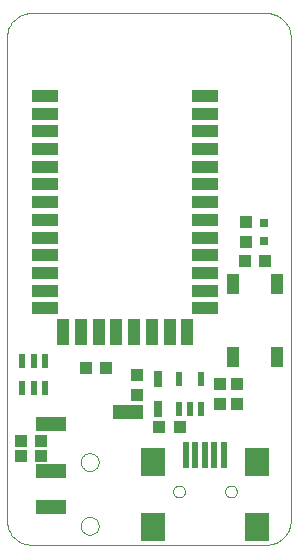
<source format=gtp>
G75*
G70*
%OFA0B0*%
%FSLAX24Y24*%
%IPPOS*%
%LPD*%
%AMOC8*
5,1,8,0,0,1.08239X$1,22.5*
%
%ADD10C,0.0000*%
%ADD11R,0.0433X0.0394*%
%ADD12R,0.0315X0.0315*%
%ADD13R,0.0433X0.0709*%
%ADD14R,0.0236X0.0472*%
%ADD15R,0.0984X0.0472*%
%ADD16R,0.0394X0.0433*%
%ADD17R,0.0860X0.0420*%
%ADD18R,0.0420X0.0860*%
%ADD19R,0.0787X0.0945*%
%ADD20R,0.0197X0.0909*%
%ADD21R,0.0217X0.0472*%
%ADD22R,0.0315X0.0531*%
D10*
X000944Y000912D02*
X008818Y000912D01*
X008818Y000913D02*
X008872Y000915D01*
X008925Y000920D01*
X008978Y000929D01*
X009030Y000942D01*
X009082Y000958D01*
X009132Y000978D01*
X009180Y001001D01*
X009227Y001028D01*
X009272Y001057D01*
X009315Y001090D01*
X009355Y001125D01*
X009393Y001163D01*
X009428Y001203D01*
X009461Y001246D01*
X009490Y001291D01*
X009517Y001338D01*
X009540Y001386D01*
X009560Y001436D01*
X009576Y001488D01*
X009589Y001540D01*
X009598Y001593D01*
X009603Y001646D01*
X009605Y001700D01*
X009605Y017842D01*
X009603Y017896D01*
X009598Y017949D01*
X009589Y018002D01*
X009576Y018054D01*
X009560Y018106D01*
X009540Y018156D01*
X009517Y018204D01*
X009490Y018251D01*
X009461Y018296D01*
X009428Y018339D01*
X009393Y018379D01*
X009355Y018417D01*
X009315Y018452D01*
X009272Y018485D01*
X009227Y018514D01*
X009180Y018541D01*
X009132Y018564D01*
X009082Y018584D01*
X009030Y018600D01*
X008978Y018613D01*
X008925Y018622D01*
X008872Y018627D01*
X008818Y018629D01*
X000944Y018629D01*
X000890Y018627D01*
X000837Y018622D01*
X000784Y018613D01*
X000732Y018600D01*
X000680Y018584D01*
X000630Y018564D01*
X000582Y018541D01*
X000535Y018514D01*
X000490Y018485D01*
X000447Y018452D01*
X000407Y018417D01*
X000369Y018379D01*
X000334Y018339D01*
X000301Y018296D01*
X000272Y018251D01*
X000245Y018204D01*
X000222Y018156D01*
X000202Y018106D01*
X000186Y018054D01*
X000173Y018002D01*
X000164Y017949D01*
X000159Y017896D01*
X000157Y017842D01*
X000156Y017842D02*
X000156Y001700D01*
X000157Y001700D02*
X000159Y001646D01*
X000164Y001593D01*
X000173Y001540D01*
X000186Y001488D01*
X000202Y001436D01*
X000222Y001386D01*
X000245Y001338D01*
X000272Y001291D01*
X000301Y001246D01*
X000334Y001203D01*
X000369Y001163D01*
X000407Y001125D01*
X000447Y001090D01*
X000490Y001057D01*
X000535Y001028D01*
X000582Y001001D01*
X000630Y000978D01*
X000680Y000958D01*
X000732Y000942D01*
X000784Y000929D01*
X000837Y000920D01*
X000890Y000915D01*
X000944Y000913D01*
X002617Y001542D02*
X002619Y001576D01*
X002625Y001610D01*
X002635Y001643D01*
X002648Y001674D01*
X002666Y001704D01*
X002686Y001732D01*
X002710Y001757D01*
X002736Y001779D01*
X002764Y001797D01*
X002795Y001813D01*
X002827Y001825D01*
X002861Y001833D01*
X002895Y001837D01*
X002929Y001837D01*
X002963Y001833D01*
X002997Y001825D01*
X003029Y001813D01*
X003059Y001797D01*
X003088Y001779D01*
X003114Y001757D01*
X003138Y001732D01*
X003158Y001704D01*
X003176Y001674D01*
X003189Y001643D01*
X003199Y001610D01*
X003205Y001576D01*
X003207Y001542D01*
X003205Y001508D01*
X003199Y001474D01*
X003189Y001441D01*
X003176Y001410D01*
X003158Y001380D01*
X003138Y001352D01*
X003114Y001327D01*
X003088Y001305D01*
X003060Y001287D01*
X003029Y001271D01*
X002997Y001259D01*
X002963Y001251D01*
X002929Y001247D01*
X002895Y001247D01*
X002861Y001251D01*
X002827Y001259D01*
X002795Y001271D01*
X002764Y001287D01*
X002736Y001305D01*
X002710Y001327D01*
X002686Y001352D01*
X002666Y001380D01*
X002648Y001410D01*
X002635Y001441D01*
X002625Y001474D01*
X002619Y001508D01*
X002617Y001542D01*
X002617Y003668D02*
X002619Y003702D01*
X002625Y003736D01*
X002635Y003769D01*
X002648Y003800D01*
X002666Y003830D01*
X002686Y003858D01*
X002710Y003883D01*
X002736Y003905D01*
X002764Y003923D01*
X002795Y003939D01*
X002827Y003951D01*
X002861Y003959D01*
X002895Y003963D01*
X002929Y003963D01*
X002963Y003959D01*
X002997Y003951D01*
X003029Y003939D01*
X003059Y003923D01*
X003088Y003905D01*
X003114Y003883D01*
X003138Y003858D01*
X003158Y003830D01*
X003176Y003800D01*
X003189Y003769D01*
X003199Y003736D01*
X003205Y003702D01*
X003207Y003668D01*
X003205Y003634D01*
X003199Y003600D01*
X003189Y003567D01*
X003176Y003536D01*
X003158Y003506D01*
X003138Y003478D01*
X003114Y003453D01*
X003088Y003431D01*
X003060Y003413D01*
X003029Y003397D01*
X002997Y003385D01*
X002963Y003377D01*
X002929Y003373D01*
X002895Y003373D01*
X002861Y003377D01*
X002827Y003385D01*
X002795Y003397D01*
X002764Y003413D01*
X002736Y003431D01*
X002710Y003453D01*
X002686Y003478D01*
X002666Y003506D01*
X002648Y003536D01*
X002635Y003567D01*
X002625Y003600D01*
X002619Y003634D01*
X002617Y003668D01*
X005688Y002684D02*
X005690Y002711D01*
X005696Y002738D01*
X005705Y002764D01*
X005718Y002788D01*
X005734Y002811D01*
X005753Y002830D01*
X005775Y002847D01*
X005799Y002861D01*
X005824Y002871D01*
X005851Y002878D01*
X005878Y002881D01*
X005906Y002880D01*
X005933Y002875D01*
X005959Y002867D01*
X005983Y002855D01*
X006006Y002839D01*
X006027Y002821D01*
X006044Y002800D01*
X006059Y002776D01*
X006070Y002751D01*
X006078Y002725D01*
X006082Y002698D01*
X006082Y002670D01*
X006078Y002643D01*
X006070Y002617D01*
X006059Y002592D01*
X006044Y002568D01*
X006027Y002547D01*
X006006Y002529D01*
X005984Y002513D01*
X005959Y002501D01*
X005933Y002493D01*
X005906Y002488D01*
X005878Y002487D01*
X005851Y002490D01*
X005824Y002497D01*
X005799Y002507D01*
X005775Y002521D01*
X005753Y002538D01*
X005734Y002557D01*
X005718Y002580D01*
X005705Y002604D01*
X005696Y002630D01*
X005690Y002657D01*
X005688Y002684D01*
X007420Y002684D02*
X007422Y002711D01*
X007428Y002738D01*
X007437Y002764D01*
X007450Y002788D01*
X007466Y002811D01*
X007485Y002830D01*
X007507Y002847D01*
X007531Y002861D01*
X007556Y002871D01*
X007583Y002878D01*
X007610Y002881D01*
X007638Y002880D01*
X007665Y002875D01*
X007691Y002867D01*
X007715Y002855D01*
X007738Y002839D01*
X007759Y002821D01*
X007776Y002800D01*
X007791Y002776D01*
X007802Y002751D01*
X007810Y002725D01*
X007814Y002698D01*
X007814Y002670D01*
X007810Y002643D01*
X007802Y002617D01*
X007791Y002592D01*
X007776Y002568D01*
X007759Y002547D01*
X007738Y002529D01*
X007716Y002513D01*
X007691Y002501D01*
X007665Y002493D01*
X007638Y002488D01*
X007610Y002487D01*
X007583Y002490D01*
X007556Y002497D01*
X007531Y002507D01*
X007507Y002521D01*
X007485Y002538D01*
X007466Y002557D01*
X007450Y002580D01*
X007437Y002604D01*
X007428Y002630D01*
X007422Y002657D01*
X007420Y002684D01*
D11*
X007243Y005597D03*
X007243Y006267D03*
X007833Y006267D03*
X007833Y005597D03*
X005904Y004849D03*
X005235Y004849D03*
X003444Y006818D03*
X002774Y006818D03*
X008129Y011011D03*
X008129Y011680D03*
D12*
X008719Y011641D03*
X008719Y011050D03*
D13*
X009152Y009613D03*
X009152Y007172D03*
X007696Y007172D03*
X007696Y009613D03*
D14*
X001416Y007034D03*
X001042Y007034D03*
X000668Y007034D03*
X000668Y006129D03*
X001042Y006129D03*
X001416Y006129D03*
D15*
X001633Y004928D03*
X001633Y003353D03*
X001633Y002172D03*
X004192Y005322D03*
D16*
X004487Y005893D03*
X004487Y006562D03*
X001278Y004357D03*
X001278Y003865D03*
X000609Y003865D03*
X000609Y004357D03*
X008089Y010361D03*
X008759Y010361D03*
D17*
X006751Y010558D03*
X006751Y009968D03*
X006751Y009377D03*
X006751Y008786D03*
X006751Y011149D03*
X006751Y011739D03*
X006751Y012330D03*
X006751Y012920D03*
X006751Y013511D03*
X006751Y014101D03*
X006751Y014692D03*
X006751Y015282D03*
X006751Y015873D03*
X001436Y015873D03*
X001436Y015282D03*
X001436Y014692D03*
X001436Y014101D03*
X001436Y013511D03*
X001436Y012920D03*
X001436Y012330D03*
X001436Y011739D03*
X001436Y011149D03*
X001436Y010558D03*
X001436Y009968D03*
X001436Y009377D03*
X001436Y008786D03*
D18*
X002026Y007999D03*
X002617Y007999D03*
X003207Y007999D03*
X003798Y007999D03*
X004389Y007999D03*
X004979Y007999D03*
X005570Y007999D03*
X006160Y007999D03*
D19*
X005019Y003668D03*
X005019Y001503D03*
X008483Y001503D03*
X008483Y003668D03*
D20*
X007381Y003890D03*
X007066Y003890D03*
X006751Y003890D03*
X006436Y003890D03*
X006121Y003890D03*
D21*
X006259Y005420D03*
X006633Y005420D03*
X006633Y006444D03*
X005885Y006444D03*
X005885Y005420D03*
D22*
X005176Y005432D03*
X005176Y006432D03*
M02*

</source>
